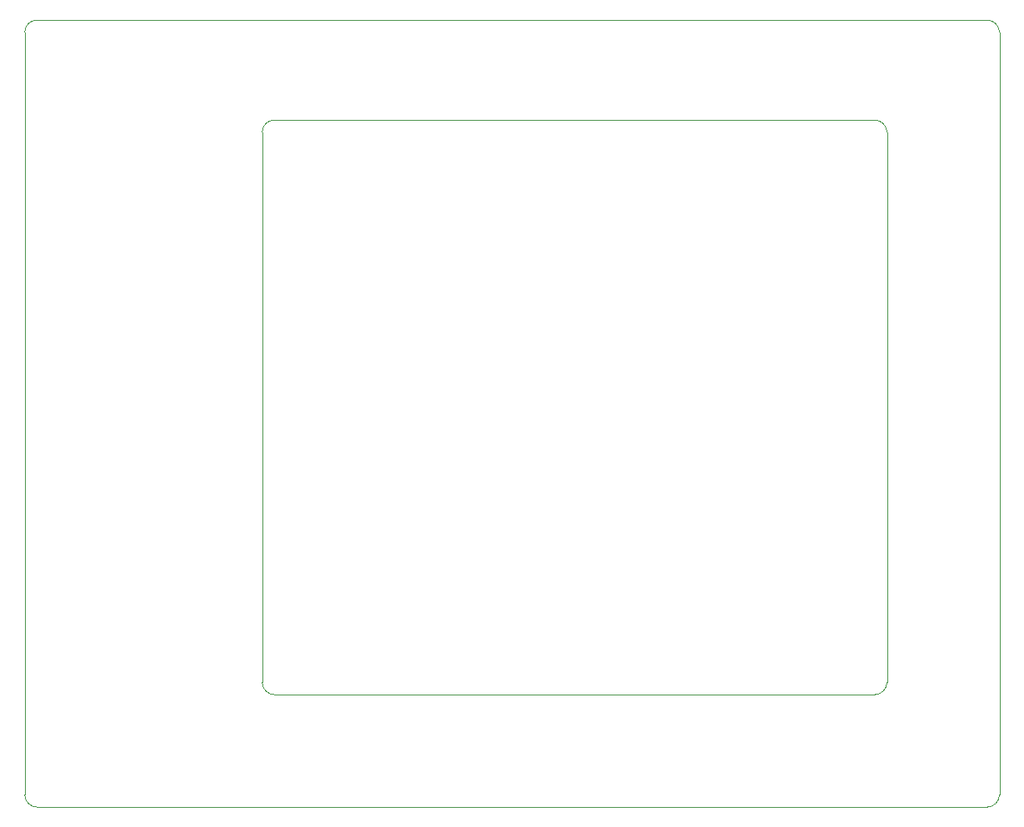
<source format=gm1>
%TF.GenerationSoftware,KiCad,Pcbnew,5.1.10*%
%TF.CreationDate,2021-05-09T20:03:51-07:00*%
%TF.ProjectId,ECE148_LED,45434531-3438-45f4-9c45-442e6b696361,rev?*%
%TF.SameCoordinates,Original*%
%TF.FileFunction,Profile,NP*%
%FSLAX46Y46*%
G04 Gerber Fmt 4.6, Leading zero omitted, Abs format (unit mm)*
G04 Created by KiCad (PCBNEW 5.1.10) date 2021-05-09 20:03:51*
%MOMM*%
%LPD*%
G01*
G04 APERTURE LIST*
%TA.AperFunction,Profile*%
%ADD10C,0.050000*%
%TD*%
G04 APERTURE END LIST*
D10*
X129540000Y-27940000D02*
G75*
G02*
X130810000Y-29210000I0J-1270000D01*
G01*
X130810000Y-106680000D02*
G75*
G02*
X129540000Y-107950000I-1270000J0D01*
G01*
X33020000Y-107950000D02*
G75*
G02*
X31750000Y-106680000I0J1270000D01*
G01*
X31750000Y-29210000D02*
G75*
G02*
X33020000Y-27940000I1270000J0D01*
G01*
X118110000Y-38100000D02*
G75*
G02*
X119380000Y-39370000I0J-1270000D01*
G01*
X119380000Y-95250000D02*
G75*
G02*
X118110000Y-96520000I-1270000J0D01*
G01*
X57150000Y-96520000D02*
G75*
G02*
X55880000Y-95250000I0J1270000D01*
G01*
X55880000Y-39370000D02*
G75*
G02*
X57150000Y-38100000I1270000J0D01*
G01*
X119380000Y-39370000D02*
X119380000Y-45720000D01*
X57150000Y-38100000D02*
X118110000Y-38100000D01*
X55880000Y-45720000D02*
X55880000Y-39370000D01*
X55880000Y-45720000D02*
X55880000Y-95250000D01*
X118110000Y-96520000D02*
X57150000Y-96520000D01*
X119380000Y-45720000D02*
X119380000Y-95250000D01*
X31750000Y-106680000D02*
X31750000Y-29210000D01*
X129540000Y-107950000D02*
X33020000Y-107950000D01*
X130810000Y-29210000D02*
X130810000Y-106680000D01*
X33020000Y-27940000D02*
X129540000Y-27940000D01*
M02*

</source>
